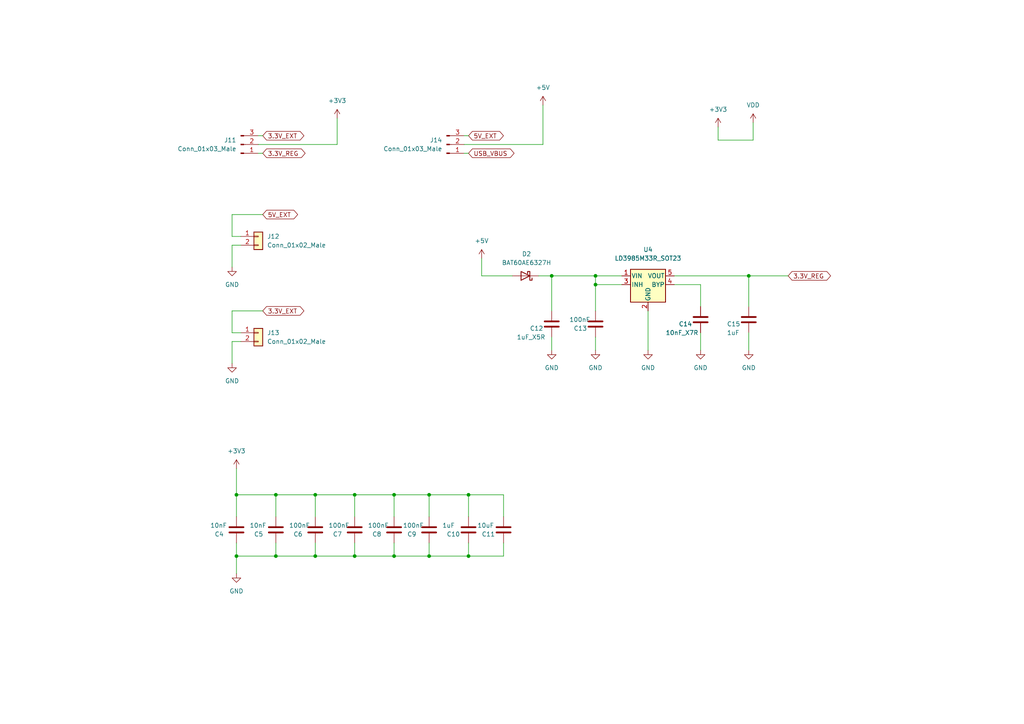
<source format=kicad_sch>
(kicad_sch (version 20211123) (generator eeschema)
  (paper "A4")
  (lib_symbols
    (symbol "Connector:Conn_01x03_Male" (pin_names (offset 1.016) hide)
      (property "Reference" "J" (at 0 5.08 0))
      (property "Value" "Conn_01x03_Male" (at 0 -5.08 0))
      (symbol "Conn_01x03_Male_1_1"
        (polyline (pts (xy 1.27 -2.54) (xy 0.8636 -2.54)) (stroke (width 0.1524)))
        (polyline (pts (xy 1.27 0) (xy 0.8636 0)) (stroke (width 0.1524)))
        (polyline (pts (xy 1.27 2.54) (xy 0.8636 2.54)) (stroke (width 0.1524)))
        (rectangle (start 0.8636 -2.413) (end 0 -2.667) (stroke (width 0.1524)) (fill (type outline)))
        (rectangle (start 0.8636 0.127) (end 0 -0.127) (stroke (width 0.1524)) (fill (type outline)))
        (rectangle (start 0.8636 2.667) (end 0 2.413) (stroke (width 0.1524)) (fill (type outline)))
        (pin passive line (at 5.08 2.54 180) (length 3.81) (name "Pin_1") (number "1"))
        (pin passive line (at 5.08 0 180) (length 3.81) (name "Pin_2") (number "2"))
        (pin passive line (at 5.08 -2.54 180) (length 3.81) (name "Pin_3") (number "3"))
      )
    )
    (symbol "Connector_Generic:Conn_01x02" (pin_names (offset 1.016) hide)
      (property "Reference" "J" (at 0 2.54 0))
      (property "Value" "Conn_01x02" (at 0 -5.08 0))
      (symbol "Conn_01x02_1_1"
        (rectangle (start -1.27 -2.413) (end 0 -2.667) (stroke (width 0.1524)))
        (rectangle (start -1.27 0.127) (end 0 -0.127) (stroke (width 0.1524)))
        (rectangle (start -1.27 1.27) (end 1.27 -3.81) (stroke (width 0.254)) (fill (type background)))
        (pin passive line (at -5.08 0 0) (length 3.81) (name "Pin_1") (number "1"))
        (pin passive line (at -5.08 -2.54 0) (length 3.81) (name "Pin_2") (number "2"))
      )
    )
    (symbol "Device:C" (pin_numbers hide) (pin_names (offset 0.254))
      (property "Reference" "C" (at 0.635 2.54 0))
      (property "Value" "C" (at 0.635 -2.54 0))
      (symbol "C_0_1"
        (polyline (pts (xy -2.032 -0.762) (xy 2.032 -0.762)) (stroke (width 0.508)))
        (polyline (pts (xy -2.032 0.762) (xy 2.032 0.762)) (stroke (width 0.508)))
      )
      (symbol "C_1_1"
        (pin passive line (at 0 3.81 270) (length 2.794) (name "~") (number "1"))
        (pin passive line (at 0 -3.81 90) (length 2.794) (name "~") (number "2"))
      )
    )
    (symbol "Diode:BAT60A" (pin_numbers hide) (pin_names (offset 1.016) hide)
      (property "Reference" "D" (at 0 2.54 0))
      (property "Value" "BAT60A" (at 0 -2.54 0))
      (symbol "BAT60A_0_1"
        (polyline (pts (xy 1.27 0) (xy -1.27 0)))
        (polyline (pts (xy 1.27 1.27) (xy 1.27 -1.27) (xy -1.27 0) (xy 1.27 1.27)) (stroke (width 0.254)))
        (polyline (pts (xy -1.905 0.635) (xy -1.905 1.27) (xy -1.27 1.27) (xy -1.27 -1.27) (xy -0.635 -1.27) (xy -0.635 -0.635)) (stroke (width 0.254)))
      )
      (symbol "BAT60A_1_1"
        (pin passive line (at -3.81 0 0) (length 2.54) (name "K") (number "1"))
        (pin passive line (at 3.81 0 180) (length 2.54) (name "A") (number "2"))
      )
    )
    (symbol "Regulator_Linear:LD3985M33R_SOT23" (pin_names (offset 0.254))
      (property "Reference" "U" (at -3.81 5.715 0))
      (property "Value" "LD3985M33R_SOT23" (at 0 5.715 0))
      (symbol "LD3985M33R_SOT23_0_1"
        (rectangle (start -5.08 4.445) (end 5.08 -5.08) (stroke (width 0.254)) (fill (type background)))
      )
      (symbol "LD3985M33R_SOT23_1_1"
        (pin power_in line (at -7.62 2.54 0) (length 2.54) (name "VIN") (number "1"))
        (pin power_in line (at 0 -7.62 90) (length 2.54) (name "GND") (number "2"))
        (pin input line (at -7.62 0 0) (length 2.54) (name "INH") (number "3"))
        (pin input line (at 7.62 0 180) (length 2.54) (name "BYP") (number "4"))
        (pin power_out line (at 7.62 2.54 180) (length 2.54) (name "VOUT") (number "5"))
      )
    )
    (symbol "power:+3.3V" (power) (pin_names (offset 0))
      (property "Value" "+3.3V" (at 0 3.556 0))
      (symbol "+3.3V_0_1"
        (polyline (pts (xy -0.762 1.27) (xy 0 2.54)))
        (polyline (pts (xy 0 0) (xy 0 2.54)))
        (polyline (pts (xy 0 2.54) (xy 0.762 1.27)))
      )
      (symbol "+3.3V_1_1"
        (pin power_in line (at 0 0 90) (length 0) hide (name "+3V3") (number "1"))
      )
    )
    (symbol "power:+5V" (power) (pin_names (offset 0))
      (property "Value" "+5V" (at 0 3.556 0))
      (symbol "+5V_0_1"
        (polyline (pts (xy -0.762 1.27) (xy 0 2.54)))
        (polyline (pts (xy 0 0) (xy 0 2.54)))
        (polyline (pts (xy 0 2.54) (xy 0.762 1.27)))
      )
      (symbol "+5V_1_1"
        (pin power_in line (at 0 0 90) (length 0) hide (name "+5V") (number "1"))
      )
    )
    (symbol "power:GND" (power) (pin_names (offset 0))
      (property "Value" "GND" (at 0 -3.81 0))
      (symbol "GND_0_1"
        (polyline (pts (xy 0 0) (xy 0 -1.27) (xy 1.27 -1.27) (xy 0 -2.54) (xy -1.27 -1.27) (xy 0 -1.27)))
      )
      (symbol "GND_1_1"
        (pin power_in line (at 0 0 270) (length 0) hide (name "GND") (number "1"))
      )
    )
    (symbol "power:VDD" (power) (pin_names (offset 0))
      (property "Value" "VDD" (at 0 3.81 0))
      (symbol "VDD_0_1"
        (polyline (pts (xy -0.762 1.27) (xy 0 2.54)))
        (polyline (pts (xy 0 0) (xy 0 2.54)))
        (polyline (pts (xy 0 2.54) (xy 0.762 1.27)))
      )
      (symbol "VDD_1_1"
        (pin power_in line (at 0 0 90) (length 0) hide (name "VDD") (number "1"))
      )
    )
  )
  (junction (at 124.46 161.29))
  (junction (at 80.01 161.29))
  (junction (at 68.58 161.29))
  (junction (at 217.17 80.01))
  (junction (at 172.72 80.01))
  (junction (at 68.58 143.51))
  (junction (at 160.02 80.01))
  (junction (at 135.89 143.51))
  (junction (at 124.46 143.51))
  (junction (at 91.44 161.29))
  (junction (at 102.87 143.51))
  (junction (at 135.89 161.29))
  (junction (at 114.3 143.51))
  (junction (at 102.87 161.29))
  (junction (at 114.3 161.29))
  (junction (at 80.01 143.51))
  (junction (at 172.72 82.55))
  (junction (at 91.44 143.51))
  (wire (pts (xy 67.31 90.17) (xy 76.2 90.17)))
  (wire (pts (xy 217.17 88.9) (xy 217.17 80.01)))
  (wire (pts (xy 160.02 97.79) (xy 160.02 101.6)))
  (wire (pts (xy 217.17 96.52) (xy 217.17 101.6)))
  (wire (pts (xy 114.3 143.51) (xy 114.3 149.86)))
  (wire (pts (xy 67.31 68.58) (xy 67.31 62.23)))
  (wire (pts (xy 156.21 80.01) (xy 160.02 80.01)))
  (wire (pts (xy 102.87 157.48) (xy 102.87 161.29)))
  (wire (pts (xy 139.7 80.01) (xy 148.59 80.01)))
  (wire (pts (xy 97.79 41.91) (xy 97.79 34.29)))
  (wire (pts (xy 74.93 44.45) (xy 76.2 44.45)))
  (wire (pts (xy 217.17 80.01) (xy 195.58 80.01)))
  (wire (pts (xy 135.89 161.29) (xy 146.05 161.29)))
  (wire (pts (xy 160.02 80.01) (xy 172.72 80.01)))
  (wire (pts (xy 139.7 74.93) (xy 139.7 80.01)))
  (wire (pts (xy 69.85 71.12) (xy 67.31 71.12)))
  (wire (pts (xy 208.28 36.83) (xy 208.28 40.64)))
  (wire (pts (xy 69.85 96.52) (xy 67.31 96.52)))
  (wire (pts (xy 69.85 68.58) (xy 67.31 68.58)))
  (wire (pts (xy 114.3 143.51) (xy 124.46 143.51)))
  (wire (pts (xy 172.72 97.79) (xy 172.72 101.6)))
  (wire (pts (xy 80.01 161.29) (xy 91.44 161.29)))
  (wire (pts (xy 68.58 149.86) (xy 68.58 143.51)))
  (wire (pts (xy 195.58 82.55) (xy 203.2 82.55)))
  (wire (pts (xy 102.87 143.51) (xy 102.87 149.86)))
  (wire (pts (xy 124.46 161.29) (xy 135.89 161.29)))
  (wire (pts (xy 172.72 90.17) (xy 172.72 82.55)))
  (wire (pts (xy 124.46 161.29) (xy 124.46 157.48)))
  (wire (pts (xy 80.01 157.48) (xy 80.01 161.29)))
  (wire (pts (xy 203.2 96.52) (xy 203.2 101.6)))
  (wire (pts (xy 135.89 157.48) (xy 135.89 161.29)))
  (wire (pts (xy 172.72 82.55) (xy 180.34 82.55)))
  (wire (pts (xy 74.93 41.91) (xy 97.79 41.91)))
  (wire (pts (xy 67.31 71.12) (xy 67.31 77.47)))
  (wire (pts (xy 91.44 157.48) (xy 91.44 161.29)))
  (wire (pts (xy 67.31 99.06) (xy 67.31 105.41)))
  (wire (pts (xy 68.58 157.48) (xy 68.58 161.29)))
  (wire (pts (xy 102.87 161.29) (xy 114.3 161.29)))
  (wire (pts (xy 114.3 157.48) (xy 114.3 161.29)))
  (wire (pts (xy 134.62 41.91) (xy 157.48 41.91)))
  (wire (pts (xy 208.28 40.64) (xy 218.44 40.64)))
  (wire (pts (xy 68.58 135.89) (xy 68.58 143.51)))
  (wire (pts (xy 68.58 161.29) (xy 80.01 161.29)))
  (wire (pts (xy 69.85 99.06) (xy 67.31 99.06)))
  (wire (pts (xy 135.89 143.51) (xy 146.05 143.51)))
  (wire (pts (xy 160.02 90.17) (xy 160.02 80.01)))
  (wire (pts (xy 146.05 161.29) (xy 146.05 157.48)))
  (wire (pts (xy 180.34 80.01) (xy 172.72 80.01)))
  (wire (pts (xy 80.01 143.51) (xy 80.01 149.86)))
  (wire (pts (xy 218.44 40.64) (xy 218.44 35.56)))
  (wire (pts (xy 135.89 39.37) (xy 134.62 39.37)))
  (wire (pts (xy 124.46 143.51) (xy 124.46 149.86)))
  (wire (pts (xy 102.87 143.51) (xy 114.3 143.51)))
  (wire (pts (xy 146.05 143.51) (xy 146.05 149.86)))
  (wire (pts (xy 187.96 90.17) (xy 187.96 101.6)))
  (wire (pts (xy 124.46 143.51) (xy 135.89 143.51)))
  (wire (pts (xy 172.72 80.01) (xy 172.72 82.55)))
  (wire (pts (xy 67.31 96.52) (xy 67.31 90.17)))
  (wire (pts (xy 135.89 143.51) (xy 135.89 149.86)))
  (wire (pts (xy 134.62 44.45) (xy 135.89 44.45)))
  (wire (pts (xy 203.2 82.55) (xy 203.2 88.9)))
  (wire (pts (xy 80.01 143.51) (xy 91.44 143.51)))
  (wire (pts (xy 157.48 30.48) (xy 157.48 41.91)))
  (wire (pts (xy 91.44 143.51) (xy 102.87 143.51)))
  (wire (pts (xy 67.31 62.23) (xy 76.2 62.23)))
  (wire (pts (xy 91.44 149.86) (xy 91.44 143.51)))
  (wire (pts (xy 68.58 161.29) (xy 68.58 166.37)))
  (wire (pts (xy 76.2 39.37) (xy 74.93 39.37)))
  (wire (pts (xy 68.58 143.51) (xy 80.01 143.51)))
  (wire (pts (xy 217.17 80.01) (xy 228.6 80.01)))
  (wire (pts (xy 114.3 161.29) (xy 124.46 161.29)))
  (wire (pts (xy 91.44 161.29) (xy 102.87 161.29)))
  (global_label "3.3V_REG" (shape bidirectional) (at 76.2 44.45 0) (property "Intersheet References" "${INTERSHEET_REFS}" (effects hide)))
  (global_label "USB_VBUS" (shape bidirectional) (at 135.89 44.45 0) (property "Intersheet References" "${INTERSHEET_REFS}" (effects hide)))
  (global_label "3.3V_EXT" (shape bidirectional) (at 76.2 39.37 0) (property "Intersheet References" "${INTERSHEET_REFS}" (effects hide)))
  (global_label "5V_EXT" (shape bidirectional) (at 135.89 39.37 0) (property "Intersheet References" "${INTERSHEET_REFS}" (effects hide)))
  (global_label "3.3V_EXT" (shape bidirectional) (at 76.2 90.17 0) (property "Intersheet References" "${INTERSHEET_REFS}" (effects hide)))
  (global_label "5V_EXT" (shape bidirectional) (at 76.2 62.23 0) (property "Intersheet References" "${INTERSHEET_REFS}" (effects hide)))
  (global_label "3.3V_REG" (shape bidirectional) (at 228.6 80.01 0) (property "Intersheet References" "${INTERSHEET_REFS}" (effects hide)))
  (symbol (lib_id "power:GND") (at 68.58 166.37 0) (unit 1)
    (property "Reference" "#PWR010" (effects hide))
    (property "Value" "GND" (at 68.58 171.45 0))
  )
  (symbol (lib_id "Device:C") (at 146.05 153.67 0) (mirror x) (unit 1)
    (property "Reference" "C11" (at 139.7 154.94 0) (effects (justify left)))
    (property "Value" "10uF" (at 138.43 152.4 0) (effects (justify left)))
    (property "Footprint" "Capacitor_SMD:C_0805_2012Metric" (effects hide))
    (property "Datasheet" "https://s3.amazonaws.com/snapeda/datasheet/CL21A106KOQNNNG_Samsung_Electro-Mechanics.pdf" (effects hide))
    (property "Description" "10 µF ±10% 16V Ceramic Capacitor X5R 0805 (2012 Metric)" (effects hide))
    (property "MANUFACTURER" "Samsung" (effects hide))
    (property "Manufacturer_Name" "Samsung" (effects hide))
    (property "Manufacturer_Part_Number" "CL21A106KOQNNNG" (effects hide))
    (property "LCSC" "C307520" (effects hide))
  )
  (symbol (lib_id "power:+5V") (at 139.7 74.93 0) (unit 1)
    (property "Reference" "#PWR012" (effects hide))
    (property "Value" "+5V" (at 139.7 69.85 0))
  )
  (symbol (lib_id "Connector:Conn_01x03_Male") (at 69.85 41.91 0) (mirror x) (unit 1)
    (property "Reference" "J11" (at 68.58 40.6399 0) (effects (justify right)))
    (property "Value" "Conn_01x03_Male" (at 68.58 43.1799 0) (effects (justify right)))
    (property "Footprint" "Connector_PinHeader_2.54mm:PinHeader_1x03_P2.54mm_Vertical" (effects hide))
    (property "Datasheet" "https://www.snapeda.com/parts/TSW-103-14-TM-S/Samtec/datasheet/" (effects hide))
    (property "Description" "Connector Header Through Hole 4 position 0.100\" (2.54mm)" (effects hide))
    (property "MANUFACTURER" "Samtec" (effects hide))
    (property "Manufacturer_Name" "Samtec" (effects hide))
    (property "Manufacturer_Part_Number" "TSW-103-14-TM-S" (effects hide))
  )
  (symbol (lib_id "power:GND") (at 67.31 77.47 0) (unit 1)
    (property "Reference" "#PWR07" (effects hide))
    (property "Value" "GND" (at 67.31 82.55 0))
  )
  (symbol (lib_id "power:GND") (at 217.17 101.6 0) (unit 1)
    (property "Reference" "#PWR018" (effects hide))
    (property "Value" "GND" (at 217.17 106.68 0))
  )
  (symbol (lib_id "Device:C") (at 217.17 92.71 0) (mirror x) (unit 1)
    (property "Reference" "C15" (at 210.82 93.98 0) (effects (justify left)))
    (property "Value" "1uF" (at 210.82 96.52 0) (effects (justify left)))
    (property "Footprint" "Capacitor_SMD:C_0805_2012Metric" (effects hide))
    (property "Datasheet" "https://s3.amazonaws.com/snapeda/datasheet/CL21A105KBCLNNC_Samsung.pdf" (effects hide))
    (property "Description" "1 µF ±10% 50V Ceramic Capacitor X5R 0805 (2012 Metric)" (effects hide))
    (property "MANUFACTURER" "Samsung" (effects hide))
    (property "Manufacturer_Name" "Samsung" (effects hide))
    (property "Manufacturer_Part_Number" "CL21A105KBCLNNC" (effects hide))
    (property "LCSC" "C318694" (effects hide))
  )
  (symbol (lib_id "Connector_Generic:Conn_01x02") (at 74.93 68.58 0) (unit 1)
    (property "Reference" "J12" (at 77.47 68.5799 0) (effects (justify left)))
    (property "Value" "Conn_01x02_Male" (at 77.47 71.1199 0) (effects (justify left)))
    (property "Footprint" "Connector_PinHeader_2.54mm:PinHeader_1x02_P2.54mm_Vertical" (effects hide))
    (property "Datasheet" "https://www.snapeda.com/parts/TSW-102-14-TM-S/Samtec/datasheet/" (effects hide))
    (property "Description" "Connector Header Through Hole 2 position 0.100\" (2.54mm)" (effects hide))
    (property "MANUFACTURER" "Samtec" (effects hide))
    (property "Manufacturer_Name" "Samtec" (effects hide))
    (property "Manufacturer_Part_Number" "TSW-102-14-TM-S" (effects hide))
  )
  (symbol (lib_id "Device:C") (at 68.58 153.67 0) (mirror x) (unit 1)
    (property "Reference" "C4" (at 62.23 154.94 0) (effects (justify left)))
    (property "Value" "10nF" (at 60.96 152.4 0) (effects (justify left)))
    (property "Footprint" "Capacitor_SMD:C_0805_2012Metric" (effects hide))
    (property "Datasheet" "https://s3.amazonaws.com/snapeda/datasheet/CL21B103KBANNNC_Samsung.pdf" (effects hide))
    (property "Description" "10000 pF ±10% 50V Ceramic Capacitor X7R 0805 (2012 Metric)" (effects hide))
    (property "MANUFACTURER" "Samsung" (effects hide))
    (property "Manufacturer_Name" "Samsung" (effects hide))
    (property "Manufacturer_Part_Number" "CL21B103KBANNNC" (effects hide))
    (property "LCSC" "C1710" (effects hide))
  )
  (symbol (lib_id "power:GND") (at 172.72 101.6 0) (unit 1)
    (property "Reference" "#PWR015" (effects hide))
    (property "Value" "GND" (at 172.72 106.68 0))
  )
  (symbol (lib_id "Device:C") (at 91.44 153.67 0) (mirror x) (unit 1)
    (property "Reference" "C6" (at 85.09 154.94 0) (effects (justify left)))
    (property "Value" "100nF" (at 83.82 152.4 0) (effects (justify left)))
    (property "Footprint" "Capacitor_SMD:C_0805_2012Metric" (effects hide))
    (property "Datasheet" "https://datasheet.lcsc.com/lcsc/1810191215_Samsung-Electro-Mechanics-CL21B104KBCNNNC_C1711.pdf" (effects hide))
    (property "Description" "50V 100nF X7R ±10% 0805 Multilayer Ceramic Capacitors MLCC - SMD/SMT ROHS" (effects hide))
    (property "MANUFACTURER" "Samsung" (effects hide))
    (property "Manufacturer_Name" "Samsung" (effects hide))
    (property "Manufacturer_Part_Number" "CL21B104KBCNNNC" (effects hide))
    (property "LCSC" "C1711" (effects hide))
  )
  (symbol (lib_id "Regulator_Linear:LD3985M33R_SOT23") (at 187.96 82.55 0) (unit 1)
    (property "Reference" "U4" (at 187.96 72.39 0))
    (property "Value" "LD3985M33R_SOT23" (at 187.96 74.93 0))
    (property "Footprint" "Package_TO_SOT_SMD:SOT-23-5" (effects hide))
    (property "Datasheet" "http://www.st.com/internet/com/TECHNICAL_RESOURCES/TECHNICAL_LITERATURE/DATASHEET/CD00003395.pdf" (effects hide))
    (property "Description" "IC REG LINEAR 3.3V 150MA SOT23-5" (effects hide))
    (property "MANUFACTURER" "STMicroelectronics" (effects hide))
    (property "Manufacturer_Name" "STMicroelectronics" (effects hide))
    (property "Manufacturer_Part_Number" "LD3985M33R" (effects hide))
    (property "LCSC" "C46243" (effects hide))
  )
  (symbol (lib_id "Connector:Conn_01x03_Male") (at 129.54 41.91 0) (mirror x) (unit 1)
    (property "Reference" "J14" (at 128.27 40.6399 0) (effects (justify right)))
    (property "Value" "Conn_01x03_Male" (at 128.27 43.1799 0) (effects (justify right)))
    (property "Footprint" "Connector_PinHeader_2.54mm:PinHeader_1x03_P2.54mm_Vertical" (effects hide))
    (property "Datasheet" "https://www.snapeda.com/parts/TSW-103-14-TM-S/Samtec/datasheet/" (effects hide))
    (property "Description" "Connector Header Through Hole 4 position 0.100\" (2.54mm)" (effects hide))
    (property "MANUFACTURER" "Samtec" (effects hide))
    (property "Manufacturer_Name" "Samtec" (effects hide))
    (property "Manufacturer_Part_Number" "TSW-103-14-TM-S" (effects hide))
  )
  (symbol (lib_id "Device:C") (at 102.87 153.67 0) (mirror x) (unit 1)
    (property "Reference" "C7" (at 96.52 154.94 0) (effects (justify left)))
    (property "Value" "100nF" (at 95.25 152.4 0) (effects (justify left)))
    (property "Footprint" "Capacitor_SMD:C_0805_2012Metric" (effects hide))
    (property "Datasheet" "https://datasheet.lcsc.com/lcsc/1810191215_Samsung-Electro-Mechanics-CL21B104KBCNNNC_C1711.pdf" (effects hide))
    (property "Description" "50V 100nF X7R ±10% 0805 Multilayer Ceramic Capacitors MLCC - SMD/SMT ROHS" (effects hide))
    (property "MANUFACTURER" "Samsung" (effects hide))
    (property "Manufacturer_Name" "Samsung" (effects hide))
    (property "Manufacturer_Part_Number" "CL21B104KBCNNNC" (effects hide))
    (property "LCSC" "C1711" (effects hide))
  )
  (symbol (lib_id "power:+3.3V") (at 68.58 135.89 0) (unit 1)
    (property "Reference" "#PWR0132" (effects hide))
    (property "Value" "+3.3V" (at 68.58 130.81 0))
  )
  (symbol (lib_id "Connector_Generic:Conn_01x02") (at 74.93 96.52 0) (unit 1)
    (property "Reference" "J13" (at 77.47 96.5199 0) (effects (justify left)))
    (property "Value" "Conn_01x02_Male" (at 77.47 99.0599 0) (effects (justify left)))
    (property "Footprint" "Connector_PinHeader_2.54mm:PinHeader_1x02_P2.54mm_Vertical" (effects hide))
    (property "Datasheet" "https://www.snapeda.com/parts/TSW-102-14-TM-S/Samtec/datasheet/" (effects hide))
    (property "Description" "Connector Header Through Hole 2 position 0.100\" (2.54mm)" (effects hide))
    (property "MANUFACTURER" "Samtec" (effects hide))
    (property "Manufacturer_Name" "Samtec" (effects hide))
    (property "Manufacturer_Part_Number" "TSW-102-14-TM-S" (effects hide))
  )
  (symbol (lib_id "Device:C") (at 135.89 153.67 0) (mirror x) (unit 1)
    (property "Reference" "C10" (at 129.54 154.94 0) (effects (justify left)))
    (property "Value" "1uF" (at 128.27 152.4 0) (effects (justify left)))
    (property "Footprint" "Capacitor_SMD:C_0805_2012Metric" (effects hide))
    (property "Datasheet" "https://s3.amazonaws.com/snapeda/datasheet/CL21A105KBCLNNC_Samsung.pdf" (effects hide))
    (property "Description" "1 µF ±10% 50V Ceramic Capacitor X5R 0805 (2012 Metric)" (effects hide))
    (property "MANUFACTURER" "Samsung" (effects hide))
    (property "Manufacturer_Name" "Samsung" (effects hide))
    (property "Manufacturer_Part_Number" "CL21A105KBCLNNC" (effects hide))
    (property "LCSC" "C318694" (effects hide))
  )
  (symbol (lib_id "power:GND") (at 203.2 101.6 0) (unit 1)
    (property "Reference" "#PWR017" (effects hide))
    (property "Value" "GND" (at 203.2 106.68 0))
  )
  (symbol (lib_id "Device:C") (at 203.2 92.71 0) (mirror x) (unit 1)
    (property "Reference" "C14" (at 196.85 93.98 0) (effects (justify left)))
    (property "Value" "10nF_X7R" (at 193.04 96.52 0) (effects (justify left)))
    (property "Footprint" "Capacitor_SMD:C_0805_2012Metric" (effects hide))
    (property "Datasheet" "https://s3.amazonaws.com/snapeda/datasheet/CL21B103KBANNNC_Samsung.pdf" (effects hide))
    (property "Description" "10000 pF ±10% 50V Ceramic Capacitor X7R 0805 (2012 Metric)" (effects hide))
    (property "MANUFACTURER" "Samsung" (effects hide))
    (property "Manufacturer_Name" "Samsung" (effects hide))
    (property "Manufacturer_Part_Number" "CL21B103KBANNNC" (effects hide))
    (property "LCSC" "C1710" (effects hide))
  )
  (symbol (lib_id "Device:C") (at 80.01 153.67 0) (mirror x) (unit 1)
    (property "Reference" "C5" (at 73.66 154.94 0) (effects (justify left)))
    (property "Value" "10nF" (at 72.39 152.4 0) (effects (justify left)))
    (property "Footprint" "Capacitor_SMD:C_0805_2012Metric" (effects hide))
    (property "Datasheet" "https://s3.amazonaws.com/snapeda/datasheet/CL21B103KBANNNC_Samsung.pdf" (effects hide))
    (property "Description" "10000 pF ±10% 50V Ceramic Capacitor X7R 0805 (2012 Metric)" (effects hide))
    (property "MANUFACTURER" "Samsung" (effects hide))
    (property "Manufacturer_Name" "Samsung" (effects hide))
    (property "Manufacturer_Part_Number" "CL21B103KBANNNC" (effects hide))
    (property "LCSC" "C1710" (effects hide))
  )
  (symbol (lib_id "Diode:BAT60A") (at 152.4 80.01 180) (unit 1)
    (property "Reference" "D2" (at 152.7175 73.66 0))
    (property "Value" "BAT60AE6327H" (at 152.7175 76.2 0))
    (property "Footprint" "Diode_SMD:D_SOD-323" (effects hide))
    (property "Datasheet" "https://datasheet.lcsc.com/lcsc/2005091632_Infineon-Technologies-BAT60AE6327H_C520634.pdf" (effects hide))
    (property "Description" "600μA@8V 10V Single 3A 300mV@1A SOD-323 Schottky Barrier Diodes (SBD) ROHS" (effects hide))
    (property "MANUFACTURER" "Infineon Technologies" (effects hide))
    (property "Manufacturer_Name" "Infineon Technologies" (effects hide))
    (property "Manufacturer_Part_Number" "BAT60AE6327H" (effects hide))
    (property "LCSC" "C520634" (effects hide))
  )
  (symbol (lib_id "power:GND") (at 187.96 101.6 0) (unit 1)
    (property "Reference" "#PWR016" (effects hide))
    (property "Value" "GND" (at 187.96 106.68 0))
  )
  (symbol (lib_id "power:+5V") (at 157.48 30.48 0) (unit 1)
    (property "Reference" "#PWR013" (effects hide))
    (property "Value" "+5V" (at 157.48 25.4 0))
  )
  (symbol (lib_id "Device:C") (at 124.46 153.67 0) (mirror x) (unit 1)
    (property "Reference" "C9" (at 118.11 154.94 0) (effects (justify left)))
    (property "Value" "100nF" (at 116.84 152.4 0) (effects (justify left)))
    (property "Footprint" "Capacitor_SMD:C_0805_2012Metric" (effects hide))
    (property "Datasheet" "https://datasheet.lcsc.com/lcsc/1810191215_Samsung-Electro-Mechanics-CL21B104KBCNNNC_C1711.pdf" (effects hide))
    (property "Description" "50V 100nF X7R ±10% 0805 Multilayer Ceramic Capacitors MLCC - SMD/SMT ROHS" (effects hide))
    (property "MANUFACTURER" "Samsung" (effects hide))
    (property "Manufacturer_Name" "Samsung" (effects hide))
    (property "Manufacturer_Part_Number" "CL21B104KBCNNNC" (effects hide))
    (property "LCSC" "C1711" (effects hide))
  )
  (symbol (lib_id "power:+3.3V") (at 208.28 36.83 0) (unit 1)
    (property "Reference" "#PWR0130" (effects hide))
    (property "Value" "+3.3V" (at 208.28 31.75 0))
  )
  (symbol (lib_id "Device:C") (at 114.3 153.67 0) (mirror x) (unit 1)
    (property "Reference" "C8" (at 107.95 154.94 0) (effects (justify left)))
    (property "Value" "100nF" (at 106.68 152.4 0) (effects (justify left)))
    (property "Footprint" "Capacitor_SMD:C_0805_2012Metric" (effects hide))
    (property "Datasheet" "https://datasheet.lcsc.com/lcsc/1810191215_Samsung-Electro-Mechanics-CL21B104KBCNNNC_C1711.pdf" (effects hide))
    (property "Description" "50V 100nF X7R ±10% 0805 Multilayer Ceramic Capacitors MLCC - SMD/SMT ROHS" (effects hide))
    (property "MANUFACTURER" "Samsung" (effects hide))
    (property "Manufacturer_Name" "Samsung" (effects hide))
    (property "Manufacturer_Part_Number" "CL21B104KBCNNNC" (effects hide))
    (property "LCSC" "C1711" (effects hide))
  )
  (symbol (lib_id "Device:C") (at 172.72 93.98 0) (mirror x) (unit 1)
    (property "Reference" "C13" (at 166.37 95.25 0) (effects (justify left)))
    (property "Value" "100nF" (at 165.1 92.71 0) (effects (justify left)))
    (property "Footprint" "Capacitor_SMD:C_0805_2012Metric" (effects hide))
    (property "Datasheet" "https://datasheet.lcsc.com/lcsc/1810191215_Samsung-Electro-Mechanics-CL21B104KBCNNNC_C1711.pdf" (effects hide))
    (property "Description" "50V 100nF X7R ±10% 0805 Multilayer Ceramic Capacitors MLCC - SMD/SMT ROHS" (effects hide))
    (property "MANUFACTURER" "Samsung" (effects hide))
    (property "Manufacturer_Name" "Samsung" (effects hide))
    (property "Manufacturer_Part_Number" "CL21B104KBCNNNC" (effects hide))
    (property "LCSC" "C1711" (effects hide))
  )
  (symbol (lib_id "power:GND") (at 67.31 105.41 0) (unit 1)
    (property "Reference" "#PWR08" (effects hide))
    (property "Value" "GND" (at 67.31 110.49 0))
  )
  (symbol (lib_id "power:GND") (at 160.02 101.6 0) (unit 1)
    (property "Reference" "#PWR014" (effects hide))
    (property "Value" "GND" (at 160.02 106.68 0))
  )
  (symbol (lib_id "Device:C") (at 160.02 93.98 0) (mirror x) (unit 1)
    (property "Reference" "C12" (at 153.67 95.25 0) (effects (justify left)))
    (property "Value" "1uF_X5R" (at 149.86 97.79 0) (effects (justify left)))
    (property "Footprint" "Capacitor_SMD:C_0805_2012Metric" (effects hide))
    (property "Datasheet" "https://s3.amazonaws.com/snapeda/datasheet/CL21A105KBCLNNC_Samsung.pdf" (effects hide))
    (property "Description" "1 µF ±10% 50V Ceramic Capacitor X5R 0805 (2012 Metric)" (effects hide))
    (property "MANUFACTURER" "Samsung" (effects hide))
    (property "Manufacturer_Name" "Samsung" (effects hide))
    (property "Manufacturer_Part_Number" "CL21A105KBCLNNC" (effects hide))
    (property "LCSC" "C318694" (effects hide))
  )
  (symbol (lib_id "power:+3.3V") (at 97.79 34.29 0) (unit 1)
    (property "Reference" "#PWR011" (effects hide))
    (property "Value" "+3.3V" (at 97.79 29.21 0))
  )
  (symbol (lib_id "power:VDD") (at 218.44 35.56 0) (unit 1)
    (property "Reference" "#PWR0131" (effects hide))
    (property "Value" "VDD" (at 218.44 30.48 0))
  )
)
</source>
